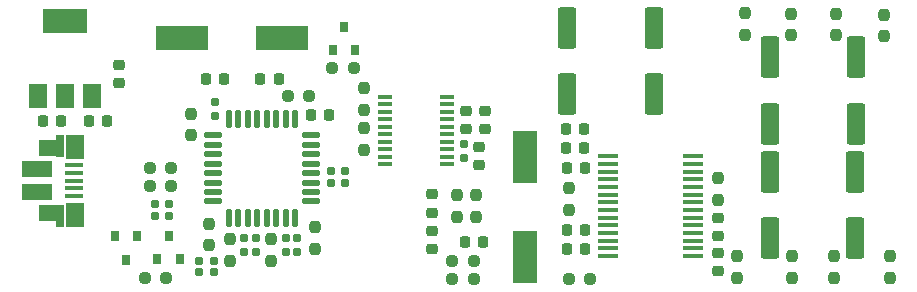
<source format=gbr>
%TF.GenerationSoftware,KiCad,Pcbnew,6.0.11-2627ca5db0~126~ubuntu20.04.1*%
%TF.CreationDate,2023-10-30T14:57:03+01:00*%
%TF.ProjectId,usb-interface,7573622d-696e-4746-9572-666163652e6b,rev?*%
%TF.SameCoordinates,Original*%
%TF.FileFunction,Paste,Top*%
%TF.FilePolarity,Positive*%
%FSLAX46Y46*%
G04 Gerber Fmt 4.6, Leading zero omitted, Abs format (unit mm)*
G04 Created by KiCad (PCBNEW 6.0.11-2627ca5db0~126~ubuntu20.04.1) date 2023-10-30 14:57:03*
%MOMM*%
%LPD*%
G01*
G04 APERTURE LIST*
G04 Aperture macros list*
%AMRoundRect*
0 Rectangle with rounded corners*
0 $1 Rounding radius*
0 $2 $3 $4 $5 $6 $7 $8 $9 X,Y pos of 4 corners*
0 Add a 4 corners polygon primitive as box body*
4,1,4,$2,$3,$4,$5,$6,$7,$8,$9,$2,$3,0*
0 Add four circle primitives for the rounded corners*
1,1,$1+$1,$2,$3*
1,1,$1+$1,$4,$5*
1,1,$1+$1,$6,$7*
1,1,$1+$1,$8,$9*
0 Add four rect primitives between the rounded corners*
20,1,$1+$1,$2,$3,$4,$5,0*
20,1,$1+$1,$4,$5,$6,$7,0*
20,1,$1+$1,$6,$7,$8,$9,0*
20,1,$1+$1,$8,$9,$2,$3,0*%
G04 Aperture macros list end*
%ADD10RoundRect,0.225000X-0.225000X-0.250000X0.225000X-0.250000X0.225000X0.250000X-0.225000X0.250000X0*%
%ADD11RoundRect,0.225000X0.250000X-0.225000X0.250000X0.225000X-0.250000X0.225000X-0.250000X-0.225000X0*%
%ADD12RoundRect,0.225000X-0.250000X0.225000X-0.250000X-0.225000X0.250000X-0.225000X0.250000X0.225000X0*%
%ADD13RoundRect,0.250000X0.550000X-1.500000X0.550000X1.500000X-0.550000X1.500000X-0.550000X-1.500000X0*%
%ADD14RoundRect,0.250000X-0.550000X1.500000X-0.550000X-1.500000X0.550000X-1.500000X0.550000X1.500000X0*%
%ADD15RoundRect,0.225000X0.225000X0.250000X-0.225000X0.250000X-0.225000X-0.250000X0.225000X-0.250000X0*%
%ADD16RoundRect,0.237500X0.250000X0.237500X-0.250000X0.237500X-0.250000X-0.237500X0.250000X-0.237500X0*%
%ADD17RoundRect,0.160000X0.197500X0.160000X-0.197500X0.160000X-0.197500X-0.160000X0.197500X-0.160000X0*%
%ADD18RoundRect,0.237500X-0.237500X0.250000X-0.237500X-0.250000X0.237500X-0.250000X0.237500X0.250000X0*%
%ADD19RoundRect,0.160000X-0.160000X0.197500X-0.160000X-0.197500X0.160000X-0.197500X0.160000X0.197500X0*%
%ADD20RoundRect,0.160000X0.160000X-0.197500X0.160000X0.197500X-0.160000X0.197500X-0.160000X-0.197500X0*%
%ADD21RoundRect,0.160000X-0.197500X-0.160000X0.197500X-0.160000X0.197500X0.160000X-0.197500X0.160000X0*%
%ADD22RoundRect,0.237500X0.237500X-0.250000X0.237500X0.250000X-0.237500X0.250000X-0.237500X-0.250000X0*%
%ADD23RoundRect,0.237500X-0.250000X-0.237500X0.250000X-0.237500X0.250000X0.237500X-0.250000X0.237500X0*%
%ADD24RoundRect,0.125000X-0.625000X-0.125000X0.625000X-0.125000X0.625000X0.125000X-0.625000X0.125000X0*%
%ADD25RoundRect,0.125000X-0.125000X-0.625000X0.125000X-0.625000X0.125000X0.625000X-0.125000X0.625000X0*%
%ADD26R,1.500000X2.000000*%
%ADD27R,3.800000X2.000000*%
%ADD28R,1.200000X0.400000*%
%ADD29R,1.750000X0.450000*%
%ADD30R,4.500000X2.000000*%
%ADD31R,2.000000X4.500000*%
%ADD32R,0.800000X0.900000*%
%ADD33R,1.650000X0.400000*%
%ADD34R,2.500000X1.430000*%
%ADD35R,2.000000X1.350000*%
%ADD36R,0.700000X1.825000*%
G04 APERTURE END LIST*
D10*
%TO.C,C3*%
X27850000Y-80000000D03*
X29400000Y-80000000D03*
%TD*%
%TO.C,C6*%
X46625000Y-79450000D03*
X48175000Y-79450000D03*
%TD*%
D11*
%TO.C,C7*%
X56900000Y-87750000D03*
X56900000Y-86200000D03*
%TD*%
D12*
%TO.C,C8*%
X56900000Y-89275000D03*
X56900000Y-90825000D03*
%TD*%
D11*
%TO.C,C9*%
X61350000Y-80700000D03*
X61350000Y-79150000D03*
%TD*%
%TO.C,C10*%
X59800000Y-80700000D03*
X59800000Y-79150000D03*
%TD*%
D12*
%TO.C,C11*%
X60900000Y-82200000D03*
X60900000Y-83750000D03*
%TD*%
%TO.C,C12*%
X81144286Y-91175000D03*
X81144286Y-92725000D03*
%TD*%
D11*
%TO.C,C13*%
X81144286Y-89725000D03*
X81144286Y-88175000D03*
%TD*%
D13*
%TO.C,C14*%
X68300000Y-77694287D03*
X68300000Y-72094287D03*
%TD*%
D14*
%TO.C,C15*%
X85544286Y-84300000D03*
X85544286Y-89900000D03*
%TD*%
%TO.C,C16*%
X92744286Y-84300000D03*
X92744286Y-89900000D03*
%TD*%
D13*
%TO.C,C17*%
X75650000Y-77694287D03*
X75650000Y-72094287D03*
%TD*%
D10*
%TO.C,C18*%
X68300000Y-89250000D03*
X69850000Y-89250000D03*
%TD*%
%TO.C,C19*%
X68325000Y-84000000D03*
X69875000Y-84000000D03*
%TD*%
D13*
%TO.C,C20*%
X92750000Y-80200000D03*
X92750000Y-74600000D03*
%TD*%
%TO.C,C21*%
X85500000Y-80200000D03*
X85500000Y-74600000D03*
%TD*%
D10*
%TO.C,C22*%
X59675000Y-90250000D03*
X61225000Y-90250000D03*
%TD*%
D15*
%TO.C,C23*%
X69800000Y-80700000D03*
X68250000Y-80700000D03*
%TD*%
D10*
%TO.C,C24*%
X68250000Y-82300000D03*
X69800000Y-82300000D03*
%TD*%
D16*
%TO.C,R1*%
X34825000Y-85500000D03*
X33000000Y-85500000D03*
%TD*%
%TO.C,R2*%
X34825000Y-84000000D03*
X33000000Y-84000000D03*
%TD*%
D17*
%TO.C,R3*%
X34597500Y-87000000D03*
X33402500Y-87000000D03*
%TD*%
%TO.C,R4*%
X34597500Y-88000000D03*
X33402500Y-88000000D03*
%TD*%
D18*
%TO.C,R5*%
X36500000Y-79387500D03*
X36500000Y-81212500D03*
%TD*%
D16*
%TO.C,R6*%
X46500000Y-77900000D03*
X44675000Y-77900000D03*
%TD*%
D19*
%TO.C,R7*%
X38500000Y-78402500D03*
X38500000Y-79597500D03*
%TD*%
D20*
%TO.C,R8*%
X42000000Y-91097500D03*
X42000000Y-89902500D03*
%TD*%
%TO.C,R9*%
X41000000Y-91097500D03*
X41000000Y-89902500D03*
%TD*%
%TO.C,R10*%
X45500000Y-91097500D03*
X45500000Y-89902500D03*
%TD*%
%TO.C,R11*%
X44500000Y-91097500D03*
X44500000Y-89902500D03*
%TD*%
D21*
%TO.C,R12*%
X48305000Y-84250000D03*
X49500000Y-84250000D03*
%TD*%
D17*
%TO.C,R13*%
X49500000Y-85250000D03*
X48305000Y-85250000D03*
%TD*%
D22*
%TO.C,R14*%
X39750000Y-91825000D03*
X39750000Y-90000000D03*
%TD*%
%TO.C,R15*%
X43250000Y-91825000D03*
X43250000Y-90000000D03*
%TD*%
%TO.C,R16*%
X47000000Y-90825000D03*
X47000000Y-89000000D03*
%TD*%
D21*
%TO.C,R17*%
X37205000Y-92800000D03*
X38400000Y-92800000D03*
%TD*%
%TO.C,R18*%
X37205000Y-91800000D03*
X38400000Y-91800000D03*
%TD*%
D22*
%TO.C,R19*%
X38000000Y-90500000D03*
X38000000Y-88675000D03*
%TD*%
D16*
%TO.C,R20*%
X34412500Y-93250000D03*
X32587500Y-93250000D03*
%TD*%
D19*
%TO.C,R21*%
X59600000Y-81952500D03*
X59600000Y-83147500D03*
%TD*%
D18*
%TO.C,R22*%
X60600000Y-86275000D03*
X60600000Y-88100000D03*
%TD*%
%TO.C,R23*%
X59000000Y-86275000D03*
X59000000Y-88100000D03*
%TD*%
%TO.C,R32*%
X51150000Y-77200000D03*
X51150000Y-79025000D03*
%TD*%
%TO.C,R33*%
X51150000Y-80575000D03*
X51150000Y-82400000D03*
%TD*%
D23*
%TO.C,R34*%
X48450000Y-75500000D03*
X50275000Y-75500000D03*
%TD*%
D16*
%TO.C,R35*%
X60412500Y-91875000D03*
X58587500Y-91875000D03*
%TD*%
%TO.C,R36*%
X60412500Y-93375000D03*
X58587500Y-93375000D03*
%TD*%
%TO.C,R37*%
X70300000Y-93400000D03*
X68475000Y-93400000D03*
%TD*%
D22*
%TO.C,R38*%
X81144286Y-86675000D03*
X81144286Y-84850000D03*
%TD*%
D24*
%TO.C,U1*%
X38325000Y-81200000D03*
X38325000Y-82000000D03*
X38325000Y-82800000D03*
X38325000Y-83600000D03*
X38325000Y-84400000D03*
X38325000Y-85200000D03*
X38325000Y-86000000D03*
X38325000Y-86800000D03*
D25*
X39700000Y-88175000D03*
X40500000Y-88175000D03*
X41300000Y-88175000D03*
X42100000Y-88175000D03*
X42900000Y-88175000D03*
X43700000Y-88175000D03*
X44500000Y-88175000D03*
X45300000Y-88175000D03*
D24*
X46675000Y-86800000D03*
X46675000Y-86000000D03*
X46675000Y-85200000D03*
X46675000Y-84400000D03*
X46675000Y-83600000D03*
X46675000Y-82800000D03*
X46675000Y-82000000D03*
X46675000Y-81200000D03*
D25*
X45300000Y-79825000D03*
X44500000Y-79825000D03*
X43700000Y-79825000D03*
X42900000Y-79825000D03*
X42100000Y-79825000D03*
X41300000Y-79825000D03*
X40500000Y-79825000D03*
X39700000Y-79825000D03*
%TD*%
D26*
%TO.C,U2*%
X23500000Y-77850000D03*
D27*
X25800000Y-71550000D03*
D26*
X25800000Y-77850000D03*
X28100000Y-77850000D03*
%TD*%
D28*
%TO.C,U3*%
X52950000Y-77942500D03*
X52950000Y-78577500D03*
X52950000Y-79212500D03*
X52950000Y-79847500D03*
X52950000Y-80482500D03*
X52950000Y-81117500D03*
X52950000Y-81752500D03*
X52950000Y-82387500D03*
X52950000Y-83022500D03*
X52950000Y-83657500D03*
X58150000Y-83657500D03*
X58150000Y-83022500D03*
X58150000Y-82387500D03*
X58150000Y-81752500D03*
X58150000Y-81117500D03*
X58150000Y-80482500D03*
X58150000Y-79847500D03*
X58150000Y-79212500D03*
X58150000Y-78577500D03*
X58150000Y-77942500D03*
%TD*%
D29*
%TO.C,U4*%
X79000000Y-91425000D03*
X79000000Y-90775000D03*
X79000000Y-90125000D03*
X79000000Y-89475000D03*
X79000000Y-88825000D03*
X79000000Y-88175000D03*
X79000000Y-87525000D03*
X79000000Y-86875000D03*
X79000000Y-86225000D03*
X79000000Y-85575000D03*
X79000000Y-84925000D03*
X79000000Y-84275000D03*
X79000000Y-83625000D03*
X79000000Y-82975000D03*
X71800000Y-82975000D03*
X71800000Y-83625000D03*
X71800000Y-84275000D03*
X71800000Y-84925000D03*
X71800000Y-85575000D03*
X71800000Y-86225000D03*
X71800000Y-86875000D03*
X71800000Y-87525000D03*
X71800000Y-88175000D03*
X71800000Y-88825000D03*
X71800000Y-89475000D03*
X71800000Y-90125000D03*
X71800000Y-90775000D03*
X71800000Y-91425000D03*
%TD*%
D30*
%TO.C,Y1*%
X35687500Y-72950000D03*
X44187500Y-72950000D03*
%TD*%
D31*
%TO.C,Y2*%
X64800000Y-83000000D03*
X64800000Y-91500000D03*
%TD*%
D18*
%TO.C,R39*%
X87400000Y-91450000D03*
X87400000Y-93275000D03*
%TD*%
D22*
%TO.C,R40*%
X82744286Y-93275000D03*
X82744286Y-91450000D03*
%TD*%
D18*
%TO.C,R41*%
X95644286Y-91450000D03*
X95644286Y-93275000D03*
%TD*%
D22*
%TO.C,R42*%
X90900000Y-93275000D03*
X90900000Y-91450000D03*
%TD*%
D18*
%TO.C,R43*%
X83400000Y-70875000D03*
X83400000Y-72700000D03*
%TD*%
D22*
%TO.C,R44*%
X87300000Y-72712500D03*
X87300000Y-70887500D03*
%TD*%
D18*
%TO.C,R45*%
X91100000Y-70893213D03*
X91100000Y-72718213D03*
%TD*%
D22*
%TO.C,R46*%
X95200000Y-72800000D03*
X95200000Y-70975000D03*
%TD*%
D32*
%TO.C,Q1*%
X33640000Y-91700000D03*
X35540000Y-91700000D03*
X34590000Y-89700000D03*
%TD*%
%TO.C,Q2*%
X31950000Y-89720000D03*
X30050000Y-89720000D03*
X31000000Y-91720000D03*
%TD*%
%TO.C,Q3*%
X48500000Y-74000000D03*
X50400000Y-74000000D03*
X49450000Y-72000000D03*
%TD*%
D33*
%TO.C,J1*%
X26565000Y-83740000D03*
X26565000Y-84390000D03*
X26565000Y-85040000D03*
X26565000Y-85690000D03*
X26565000Y-86340000D03*
D34*
X23415000Y-86000000D03*
D26*
X26665000Y-82190000D03*
D35*
X24615000Y-82310000D03*
D26*
X26685000Y-87940000D03*
D36*
X25365000Y-82090000D03*
D34*
X23415000Y-84080000D03*
D35*
X24615000Y-87790000D03*
D36*
X25365000Y-88040000D03*
%TD*%
D15*
%TO.C,C2*%
X25500000Y-80000000D03*
X23950000Y-80000000D03*
%TD*%
D11*
%TO.C,C5*%
X30400000Y-76775000D03*
X30400000Y-75225000D03*
%TD*%
D10*
%TO.C,C4*%
X42350000Y-76400000D03*
X43900000Y-76400000D03*
%TD*%
D15*
%TO.C,C1*%
X39275000Y-76400000D03*
X37725000Y-76400000D03*
%TD*%
D22*
%TO.C,R26*%
X68450000Y-87512500D03*
X68450000Y-85687500D03*
%TD*%
D10*
%TO.C,C25*%
X68300000Y-90800000D03*
X69850000Y-90800000D03*
%TD*%
M02*

</source>
